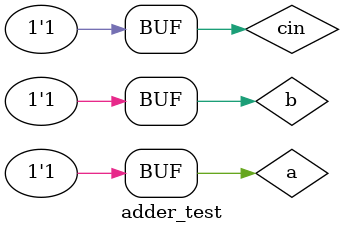
<source format=v>
`timescale 1ns/1ps

module adder_test;
	reg a,b,cin;
	wire sum,cout;
	
	full_adder F1(a,b,cin,sum,cout);
	
	initial begin
		a   = 0;
		b   = 0;
		cin = 0;
		
		#10;
		a   = 0;
		b   = 0;
		cin = 1;
		
		#10;
		a   = 0;
		b   = 1;
		cin = 0;
		
		#10;
		a   = 0;
		b   = 1;
		cin = 1;
		
		#10;
		a   = 1;
		b   = 0;
		cin = 0;
		
		#10;
		a   = 1;
		b   = 0;
		cin = 1;
		
		#10;
		a   = 1;
		b   = 1;
		cin = 0;
		
		#10;
		a   = 1;
		b   = 1;
		cin = 1;
	end
endmodule

</source>
